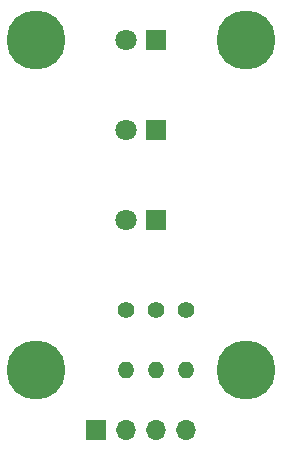
<source format=gbr>
%TF.GenerationSoftware,KiCad,Pcbnew,(6.0.9)*%
%TF.CreationDate,2022-12-01T08:12:18+00:00*%
%TF.ProjectId,Traffic Light,54726166-6669-4632-904c-696768742e6b,rev?*%
%TF.SameCoordinates,Original*%
%TF.FileFunction,Soldermask,Top*%
%TF.FilePolarity,Negative*%
%FSLAX46Y46*%
G04 Gerber Fmt 4.6, Leading zero omitted, Abs format (unit mm)*
G04 Created by KiCad (PCBNEW (6.0.9)) date 2022-12-01 08:12:18*
%MOMM*%
%LPD*%
G01*
G04 APERTURE LIST*
%ADD10R,1.800000X1.800000*%
%ADD11C,1.800000*%
%ADD12C,1.400000*%
%ADD13O,1.400000X1.400000*%
%ADD14C,5.000000*%
%ADD15R,1.700000X1.700000*%
%ADD16O,1.700000X1.700000*%
G04 APERTURE END LIST*
D10*
%TO.C,D2*%
X157480000Y-83820000D03*
D11*
X154940000Y-83820000D03*
%TD*%
D12*
%TO.C,R1*%
X154940000Y-99060000D03*
D13*
X154940000Y-104140000D03*
%TD*%
D14*
%TO.C,H2*%
X165100000Y-76200000D03*
%TD*%
D10*
%TO.C,D3*%
X157480000Y-91440000D03*
D11*
X154940000Y-91440000D03*
%TD*%
D14*
%TO.C,H3*%
X147320000Y-104140000D03*
%TD*%
D12*
%TO.C,R3*%
X160020000Y-99060000D03*
D13*
X160020000Y-104140000D03*
%TD*%
D14*
%TO.C,H1*%
X147320000Y-76200000D03*
%TD*%
D10*
%TO.C,D1*%
X157480000Y-76200000D03*
D11*
X154940000Y-76200000D03*
%TD*%
D12*
%TO.C,R2*%
X157480000Y-99060000D03*
D13*
X157480000Y-104140000D03*
%TD*%
D14*
%TO.C,H4*%
X165100000Y-104140000D03*
%TD*%
D15*
%TO.C,J1*%
X152400000Y-109220000D03*
D16*
X154940000Y-109220000D03*
X157480000Y-109220000D03*
X160020000Y-109220000D03*
%TD*%
M02*

</source>
